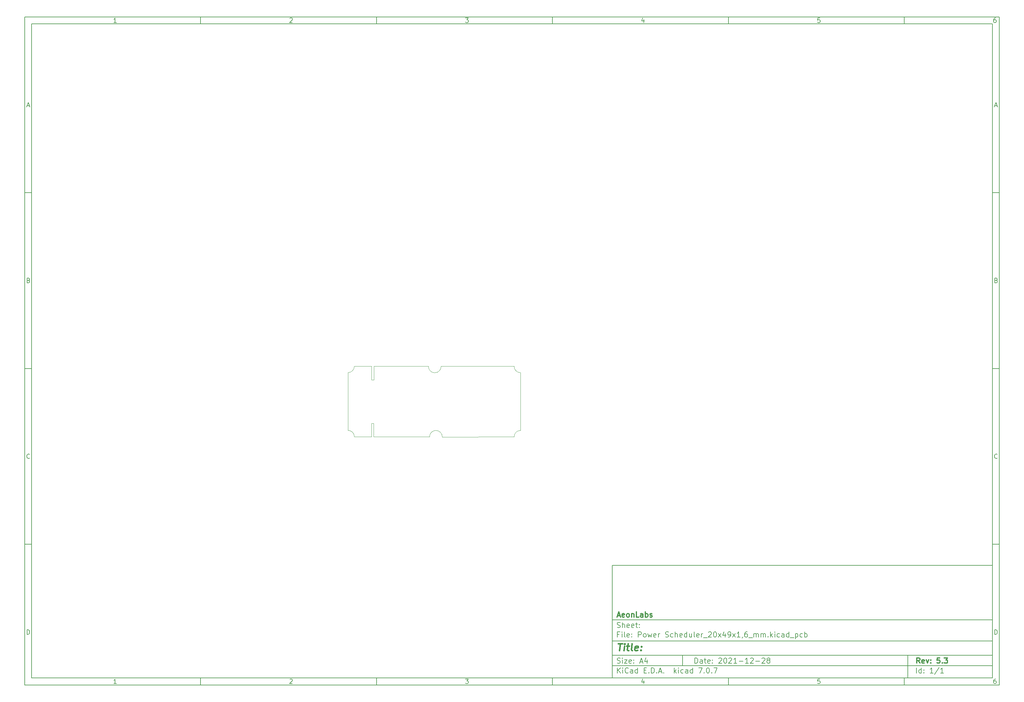
<source format=gbr>
G04 #@! TF.GenerationSoftware,KiCad,Pcbnew,7.0.7*
G04 #@! TF.CreationDate,2023-09-06T15:28:22+02:00*
G04 #@! TF.ProjectId,Power Scheduler_20x49x1_6_mm,506f7765-7220-4536-9368-6564756c6572,5.3*
G04 #@! TF.SameCoordinates,Original*
G04 #@! TF.FileFunction,Glue,Top*
G04 #@! TF.FilePolarity,Positive*
%FSLAX46Y46*%
G04 Gerber Fmt 4.6, Leading zero omitted, Abs format (unit mm)*
G04 Created by KiCad (PCBNEW 7.0.7) date 2023-09-06 15:28:22*
%MOMM*%
%LPD*%
G01*
G04 APERTURE LIST*
%ADD10C,0.100000*%
%ADD11C,0.150000*%
%ADD12C,0.300000*%
%ADD13C,0.400000*%
G04 #@! TA.AperFunction,Profile*
%ADD14C,0.050000*%
G04 #@! TD*
G04 APERTURE END LIST*
D10*
D11*
X177002200Y-166007200D02*
X285002200Y-166007200D01*
X285002200Y-198007200D01*
X177002200Y-198007200D01*
X177002200Y-166007200D01*
D10*
D11*
X10000000Y-10000000D02*
X287002200Y-10000000D01*
X287002200Y-200007200D01*
X10000000Y-200007200D01*
X10000000Y-10000000D01*
D10*
D11*
X12000000Y-12000000D02*
X285002200Y-12000000D01*
X285002200Y-198007200D01*
X12000000Y-198007200D01*
X12000000Y-12000000D01*
D10*
D11*
X60000000Y-12000000D02*
X60000000Y-10000000D01*
D10*
D11*
X110000000Y-12000000D02*
X110000000Y-10000000D01*
D10*
D11*
X160000000Y-12000000D02*
X160000000Y-10000000D01*
D10*
D11*
X210000000Y-12000000D02*
X210000000Y-10000000D01*
D10*
D11*
X260000000Y-12000000D02*
X260000000Y-10000000D01*
D10*
D11*
X36089160Y-11593604D02*
X35346303Y-11593604D01*
X35717731Y-11593604D02*
X35717731Y-10293604D01*
X35717731Y-10293604D02*
X35593922Y-10479319D01*
X35593922Y-10479319D02*
X35470112Y-10603128D01*
X35470112Y-10603128D02*
X35346303Y-10665033D01*
D10*
D11*
X85346303Y-10417414D02*
X85408207Y-10355509D01*
X85408207Y-10355509D02*
X85532017Y-10293604D01*
X85532017Y-10293604D02*
X85841541Y-10293604D01*
X85841541Y-10293604D02*
X85965350Y-10355509D01*
X85965350Y-10355509D02*
X86027255Y-10417414D01*
X86027255Y-10417414D02*
X86089160Y-10541223D01*
X86089160Y-10541223D02*
X86089160Y-10665033D01*
X86089160Y-10665033D02*
X86027255Y-10850747D01*
X86027255Y-10850747D02*
X85284398Y-11593604D01*
X85284398Y-11593604D02*
X86089160Y-11593604D01*
D10*
D11*
X135284398Y-10293604D02*
X136089160Y-10293604D01*
X136089160Y-10293604D02*
X135655826Y-10788842D01*
X135655826Y-10788842D02*
X135841541Y-10788842D01*
X135841541Y-10788842D02*
X135965350Y-10850747D01*
X135965350Y-10850747D02*
X136027255Y-10912652D01*
X136027255Y-10912652D02*
X136089160Y-11036461D01*
X136089160Y-11036461D02*
X136089160Y-11345985D01*
X136089160Y-11345985D02*
X136027255Y-11469795D01*
X136027255Y-11469795D02*
X135965350Y-11531700D01*
X135965350Y-11531700D02*
X135841541Y-11593604D01*
X135841541Y-11593604D02*
X135470112Y-11593604D01*
X135470112Y-11593604D02*
X135346303Y-11531700D01*
X135346303Y-11531700D02*
X135284398Y-11469795D01*
D10*
D11*
X185965350Y-10726938D02*
X185965350Y-11593604D01*
X185655826Y-10231700D02*
X185346303Y-11160271D01*
X185346303Y-11160271D02*
X186151064Y-11160271D01*
D10*
D11*
X236027255Y-10293604D02*
X235408207Y-10293604D01*
X235408207Y-10293604D02*
X235346303Y-10912652D01*
X235346303Y-10912652D02*
X235408207Y-10850747D01*
X235408207Y-10850747D02*
X235532017Y-10788842D01*
X235532017Y-10788842D02*
X235841541Y-10788842D01*
X235841541Y-10788842D02*
X235965350Y-10850747D01*
X235965350Y-10850747D02*
X236027255Y-10912652D01*
X236027255Y-10912652D02*
X236089160Y-11036461D01*
X236089160Y-11036461D02*
X236089160Y-11345985D01*
X236089160Y-11345985D02*
X236027255Y-11469795D01*
X236027255Y-11469795D02*
X235965350Y-11531700D01*
X235965350Y-11531700D02*
X235841541Y-11593604D01*
X235841541Y-11593604D02*
X235532017Y-11593604D01*
X235532017Y-11593604D02*
X235408207Y-11531700D01*
X235408207Y-11531700D02*
X235346303Y-11469795D01*
D10*
D11*
X285965350Y-10293604D02*
X285717731Y-10293604D01*
X285717731Y-10293604D02*
X285593922Y-10355509D01*
X285593922Y-10355509D02*
X285532017Y-10417414D01*
X285532017Y-10417414D02*
X285408207Y-10603128D01*
X285408207Y-10603128D02*
X285346303Y-10850747D01*
X285346303Y-10850747D02*
X285346303Y-11345985D01*
X285346303Y-11345985D02*
X285408207Y-11469795D01*
X285408207Y-11469795D02*
X285470112Y-11531700D01*
X285470112Y-11531700D02*
X285593922Y-11593604D01*
X285593922Y-11593604D02*
X285841541Y-11593604D01*
X285841541Y-11593604D02*
X285965350Y-11531700D01*
X285965350Y-11531700D02*
X286027255Y-11469795D01*
X286027255Y-11469795D02*
X286089160Y-11345985D01*
X286089160Y-11345985D02*
X286089160Y-11036461D01*
X286089160Y-11036461D02*
X286027255Y-10912652D01*
X286027255Y-10912652D02*
X285965350Y-10850747D01*
X285965350Y-10850747D02*
X285841541Y-10788842D01*
X285841541Y-10788842D02*
X285593922Y-10788842D01*
X285593922Y-10788842D02*
X285470112Y-10850747D01*
X285470112Y-10850747D02*
X285408207Y-10912652D01*
X285408207Y-10912652D02*
X285346303Y-11036461D01*
D10*
D11*
X60000000Y-198007200D02*
X60000000Y-200007200D01*
D10*
D11*
X110000000Y-198007200D02*
X110000000Y-200007200D01*
D10*
D11*
X160000000Y-198007200D02*
X160000000Y-200007200D01*
D10*
D11*
X210000000Y-198007200D02*
X210000000Y-200007200D01*
D10*
D11*
X260000000Y-198007200D02*
X260000000Y-200007200D01*
D10*
D11*
X36089160Y-199600804D02*
X35346303Y-199600804D01*
X35717731Y-199600804D02*
X35717731Y-198300804D01*
X35717731Y-198300804D02*
X35593922Y-198486519D01*
X35593922Y-198486519D02*
X35470112Y-198610328D01*
X35470112Y-198610328D02*
X35346303Y-198672233D01*
D10*
D11*
X85346303Y-198424614D02*
X85408207Y-198362709D01*
X85408207Y-198362709D02*
X85532017Y-198300804D01*
X85532017Y-198300804D02*
X85841541Y-198300804D01*
X85841541Y-198300804D02*
X85965350Y-198362709D01*
X85965350Y-198362709D02*
X86027255Y-198424614D01*
X86027255Y-198424614D02*
X86089160Y-198548423D01*
X86089160Y-198548423D02*
X86089160Y-198672233D01*
X86089160Y-198672233D02*
X86027255Y-198857947D01*
X86027255Y-198857947D02*
X85284398Y-199600804D01*
X85284398Y-199600804D02*
X86089160Y-199600804D01*
D10*
D11*
X135284398Y-198300804D02*
X136089160Y-198300804D01*
X136089160Y-198300804D02*
X135655826Y-198796042D01*
X135655826Y-198796042D02*
X135841541Y-198796042D01*
X135841541Y-198796042D02*
X135965350Y-198857947D01*
X135965350Y-198857947D02*
X136027255Y-198919852D01*
X136027255Y-198919852D02*
X136089160Y-199043661D01*
X136089160Y-199043661D02*
X136089160Y-199353185D01*
X136089160Y-199353185D02*
X136027255Y-199476995D01*
X136027255Y-199476995D02*
X135965350Y-199538900D01*
X135965350Y-199538900D02*
X135841541Y-199600804D01*
X135841541Y-199600804D02*
X135470112Y-199600804D01*
X135470112Y-199600804D02*
X135346303Y-199538900D01*
X135346303Y-199538900D02*
X135284398Y-199476995D01*
D10*
D11*
X185965350Y-198734138D02*
X185965350Y-199600804D01*
X185655826Y-198238900D02*
X185346303Y-199167471D01*
X185346303Y-199167471D02*
X186151064Y-199167471D01*
D10*
D11*
X236027255Y-198300804D02*
X235408207Y-198300804D01*
X235408207Y-198300804D02*
X235346303Y-198919852D01*
X235346303Y-198919852D02*
X235408207Y-198857947D01*
X235408207Y-198857947D02*
X235532017Y-198796042D01*
X235532017Y-198796042D02*
X235841541Y-198796042D01*
X235841541Y-198796042D02*
X235965350Y-198857947D01*
X235965350Y-198857947D02*
X236027255Y-198919852D01*
X236027255Y-198919852D02*
X236089160Y-199043661D01*
X236089160Y-199043661D02*
X236089160Y-199353185D01*
X236089160Y-199353185D02*
X236027255Y-199476995D01*
X236027255Y-199476995D02*
X235965350Y-199538900D01*
X235965350Y-199538900D02*
X235841541Y-199600804D01*
X235841541Y-199600804D02*
X235532017Y-199600804D01*
X235532017Y-199600804D02*
X235408207Y-199538900D01*
X235408207Y-199538900D02*
X235346303Y-199476995D01*
D10*
D11*
X285965350Y-198300804D02*
X285717731Y-198300804D01*
X285717731Y-198300804D02*
X285593922Y-198362709D01*
X285593922Y-198362709D02*
X285532017Y-198424614D01*
X285532017Y-198424614D02*
X285408207Y-198610328D01*
X285408207Y-198610328D02*
X285346303Y-198857947D01*
X285346303Y-198857947D02*
X285346303Y-199353185D01*
X285346303Y-199353185D02*
X285408207Y-199476995D01*
X285408207Y-199476995D02*
X285470112Y-199538900D01*
X285470112Y-199538900D02*
X285593922Y-199600804D01*
X285593922Y-199600804D02*
X285841541Y-199600804D01*
X285841541Y-199600804D02*
X285965350Y-199538900D01*
X285965350Y-199538900D02*
X286027255Y-199476995D01*
X286027255Y-199476995D02*
X286089160Y-199353185D01*
X286089160Y-199353185D02*
X286089160Y-199043661D01*
X286089160Y-199043661D02*
X286027255Y-198919852D01*
X286027255Y-198919852D02*
X285965350Y-198857947D01*
X285965350Y-198857947D02*
X285841541Y-198796042D01*
X285841541Y-198796042D02*
X285593922Y-198796042D01*
X285593922Y-198796042D02*
X285470112Y-198857947D01*
X285470112Y-198857947D02*
X285408207Y-198919852D01*
X285408207Y-198919852D02*
X285346303Y-199043661D01*
D10*
D11*
X10000000Y-60000000D02*
X12000000Y-60000000D01*
D10*
D11*
X10000000Y-110000000D02*
X12000000Y-110000000D01*
D10*
D11*
X10000000Y-160000000D02*
X12000000Y-160000000D01*
D10*
D11*
X10690476Y-35222176D02*
X11309523Y-35222176D01*
X10566666Y-35593604D02*
X10999999Y-34293604D01*
X10999999Y-34293604D02*
X11433333Y-35593604D01*
D10*
D11*
X11092857Y-84912652D02*
X11278571Y-84974557D01*
X11278571Y-84974557D02*
X11340476Y-85036461D01*
X11340476Y-85036461D02*
X11402380Y-85160271D01*
X11402380Y-85160271D02*
X11402380Y-85345985D01*
X11402380Y-85345985D02*
X11340476Y-85469795D01*
X11340476Y-85469795D02*
X11278571Y-85531700D01*
X11278571Y-85531700D02*
X11154761Y-85593604D01*
X11154761Y-85593604D02*
X10659523Y-85593604D01*
X10659523Y-85593604D02*
X10659523Y-84293604D01*
X10659523Y-84293604D02*
X11092857Y-84293604D01*
X11092857Y-84293604D02*
X11216666Y-84355509D01*
X11216666Y-84355509D02*
X11278571Y-84417414D01*
X11278571Y-84417414D02*
X11340476Y-84541223D01*
X11340476Y-84541223D02*
X11340476Y-84665033D01*
X11340476Y-84665033D02*
X11278571Y-84788842D01*
X11278571Y-84788842D02*
X11216666Y-84850747D01*
X11216666Y-84850747D02*
X11092857Y-84912652D01*
X11092857Y-84912652D02*
X10659523Y-84912652D01*
D10*
D11*
X11402380Y-135469795D02*
X11340476Y-135531700D01*
X11340476Y-135531700D02*
X11154761Y-135593604D01*
X11154761Y-135593604D02*
X11030952Y-135593604D01*
X11030952Y-135593604D02*
X10845238Y-135531700D01*
X10845238Y-135531700D02*
X10721428Y-135407890D01*
X10721428Y-135407890D02*
X10659523Y-135284080D01*
X10659523Y-135284080D02*
X10597619Y-135036461D01*
X10597619Y-135036461D02*
X10597619Y-134850747D01*
X10597619Y-134850747D02*
X10659523Y-134603128D01*
X10659523Y-134603128D02*
X10721428Y-134479319D01*
X10721428Y-134479319D02*
X10845238Y-134355509D01*
X10845238Y-134355509D02*
X11030952Y-134293604D01*
X11030952Y-134293604D02*
X11154761Y-134293604D01*
X11154761Y-134293604D02*
X11340476Y-134355509D01*
X11340476Y-134355509D02*
X11402380Y-134417414D01*
D10*
D11*
X10659523Y-185593604D02*
X10659523Y-184293604D01*
X10659523Y-184293604D02*
X10969047Y-184293604D01*
X10969047Y-184293604D02*
X11154761Y-184355509D01*
X11154761Y-184355509D02*
X11278571Y-184479319D01*
X11278571Y-184479319D02*
X11340476Y-184603128D01*
X11340476Y-184603128D02*
X11402380Y-184850747D01*
X11402380Y-184850747D02*
X11402380Y-185036461D01*
X11402380Y-185036461D02*
X11340476Y-185284080D01*
X11340476Y-185284080D02*
X11278571Y-185407890D01*
X11278571Y-185407890D02*
X11154761Y-185531700D01*
X11154761Y-185531700D02*
X10969047Y-185593604D01*
X10969047Y-185593604D02*
X10659523Y-185593604D01*
D10*
D11*
X287002200Y-60000000D02*
X285002200Y-60000000D01*
D10*
D11*
X287002200Y-110000000D02*
X285002200Y-110000000D01*
D10*
D11*
X287002200Y-160000000D02*
X285002200Y-160000000D01*
D10*
D11*
X285692676Y-35222176D02*
X286311723Y-35222176D01*
X285568866Y-35593604D02*
X286002199Y-34293604D01*
X286002199Y-34293604D02*
X286435533Y-35593604D01*
D10*
D11*
X286095057Y-84912652D02*
X286280771Y-84974557D01*
X286280771Y-84974557D02*
X286342676Y-85036461D01*
X286342676Y-85036461D02*
X286404580Y-85160271D01*
X286404580Y-85160271D02*
X286404580Y-85345985D01*
X286404580Y-85345985D02*
X286342676Y-85469795D01*
X286342676Y-85469795D02*
X286280771Y-85531700D01*
X286280771Y-85531700D02*
X286156961Y-85593604D01*
X286156961Y-85593604D02*
X285661723Y-85593604D01*
X285661723Y-85593604D02*
X285661723Y-84293604D01*
X285661723Y-84293604D02*
X286095057Y-84293604D01*
X286095057Y-84293604D02*
X286218866Y-84355509D01*
X286218866Y-84355509D02*
X286280771Y-84417414D01*
X286280771Y-84417414D02*
X286342676Y-84541223D01*
X286342676Y-84541223D02*
X286342676Y-84665033D01*
X286342676Y-84665033D02*
X286280771Y-84788842D01*
X286280771Y-84788842D02*
X286218866Y-84850747D01*
X286218866Y-84850747D02*
X286095057Y-84912652D01*
X286095057Y-84912652D02*
X285661723Y-84912652D01*
D10*
D11*
X286404580Y-135469795D02*
X286342676Y-135531700D01*
X286342676Y-135531700D02*
X286156961Y-135593604D01*
X286156961Y-135593604D02*
X286033152Y-135593604D01*
X286033152Y-135593604D02*
X285847438Y-135531700D01*
X285847438Y-135531700D02*
X285723628Y-135407890D01*
X285723628Y-135407890D02*
X285661723Y-135284080D01*
X285661723Y-135284080D02*
X285599819Y-135036461D01*
X285599819Y-135036461D02*
X285599819Y-134850747D01*
X285599819Y-134850747D02*
X285661723Y-134603128D01*
X285661723Y-134603128D02*
X285723628Y-134479319D01*
X285723628Y-134479319D02*
X285847438Y-134355509D01*
X285847438Y-134355509D02*
X286033152Y-134293604D01*
X286033152Y-134293604D02*
X286156961Y-134293604D01*
X286156961Y-134293604D02*
X286342676Y-134355509D01*
X286342676Y-134355509D02*
X286404580Y-134417414D01*
D10*
D11*
X285661723Y-185593604D02*
X285661723Y-184293604D01*
X285661723Y-184293604D02*
X285971247Y-184293604D01*
X285971247Y-184293604D02*
X286156961Y-184355509D01*
X286156961Y-184355509D02*
X286280771Y-184479319D01*
X286280771Y-184479319D02*
X286342676Y-184603128D01*
X286342676Y-184603128D02*
X286404580Y-184850747D01*
X286404580Y-184850747D02*
X286404580Y-185036461D01*
X286404580Y-185036461D02*
X286342676Y-185284080D01*
X286342676Y-185284080D02*
X286280771Y-185407890D01*
X286280771Y-185407890D02*
X286156961Y-185531700D01*
X286156961Y-185531700D02*
X285971247Y-185593604D01*
X285971247Y-185593604D02*
X285661723Y-185593604D01*
D10*
D11*
X200458026Y-193793328D02*
X200458026Y-192293328D01*
X200458026Y-192293328D02*
X200815169Y-192293328D01*
X200815169Y-192293328D02*
X201029455Y-192364757D01*
X201029455Y-192364757D02*
X201172312Y-192507614D01*
X201172312Y-192507614D02*
X201243741Y-192650471D01*
X201243741Y-192650471D02*
X201315169Y-192936185D01*
X201315169Y-192936185D02*
X201315169Y-193150471D01*
X201315169Y-193150471D02*
X201243741Y-193436185D01*
X201243741Y-193436185D02*
X201172312Y-193579042D01*
X201172312Y-193579042D02*
X201029455Y-193721900D01*
X201029455Y-193721900D02*
X200815169Y-193793328D01*
X200815169Y-193793328D02*
X200458026Y-193793328D01*
X202600884Y-193793328D02*
X202600884Y-193007614D01*
X202600884Y-193007614D02*
X202529455Y-192864757D01*
X202529455Y-192864757D02*
X202386598Y-192793328D01*
X202386598Y-192793328D02*
X202100884Y-192793328D01*
X202100884Y-192793328D02*
X201958026Y-192864757D01*
X202600884Y-193721900D02*
X202458026Y-193793328D01*
X202458026Y-193793328D02*
X202100884Y-193793328D01*
X202100884Y-193793328D02*
X201958026Y-193721900D01*
X201958026Y-193721900D02*
X201886598Y-193579042D01*
X201886598Y-193579042D02*
X201886598Y-193436185D01*
X201886598Y-193436185D02*
X201958026Y-193293328D01*
X201958026Y-193293328D02*
X202100884Y-193221900D01*
X202100884Y-193221900D02*
X202458026Y-193221900D01*
X202458026Y-193221900D02*
X202600884Y-193150471D01*
X203100884Y-192793328D02*
X203672312Y-192793328D01*
X203315169Y-192293328D02*
X203315169Y-193579042D01*
X203315169Y-193579042D02*
X203386598Y-193721900D01*
X203386598Y-193721900D02*
X203529455Y-193793328D01*
X203529455Y-193793328D02*
X203672312Y-193793328D01*
X204743741Y-193721900D02*
X204600884Y-193793328D01*
X204600884Y-193793328D02*
X204315170Y-193793328D01*
X204315170Y-193793328D02*
X204172312Y-193721900D01*
X204172312Y-193721900D02*
X204100884Y-193579042D01*
X204100884Y-193579042D02*
X204100884Y-193007614D01*
X204100884Y-193007614D02*
X204172312Y-192864757D01*
X204172312Y-192864757D02*
X204315170Y-192793328D01*
X204315170Y-192793328D02*
X204600884Y-192793328D01*
X204600884Y-192793328D02*
X204743741Y-192864757D01*
X204743741Y-192864757D02*
X204815170Y-193007614D01*
X204815170Y-193007614D02*
X204815170Y-193150471D01*
X204815170Y-193150471D02*
X204100884Y-193293328D01*
X205458026Y-193650471D02*
X205529455Y-193721900D01*
X205529455Y-193721900D02*
X205458026Y-193793328D01*
X205458026Y-193793328D02*
X205386598Y-193721900D01*
X205386598Y-193721900D02*
X205458026Y-193650471D01*
X205458026Y-193650471D02*
X205458026Y-193793328D01*
X205458026Y-192864757D02*
X205529455Y-192936185D01*
X205529455Y-192936185D02*
X205458026Y-193007614D01*
X205458026Y-193007614D02*
X205386598Y-192936185D01*
X205386598Y-192936185D02*
X205458026Y-192864757D01*
X205458026Y-192864757D02*
X205458026Y-193007614D01*
X207243741Y-192436185D02*
X207315169Y-192364757D01*
X207315169Y-192364757D02*
X207458027Y-192293328D01*
X207458027Y-192293328D02*
X207815169Y-192293328D01*
X207815169Y-192293328D02*
X207958027Y-192364757D01*
X207958027Y-192364757D02*
X208029455Y-192436185D01*
X208029455Y-192436185D02*
X208100884Y-192579042D01*
X208100884Y-192579042D02*
X208100884Y-192721900D01*
X208100884Y-192721900D02*
X208029455Y-192936185D01*
X208029455Y-192936185D02*
X207172312Y-193793328D01*
X207172312Y-193793328D02*
X208100884Y-193793328D01*
X209029455Y-192293328D02*
X209172312Y-192293328D01*
X209172312Y-192293328D02*
X209315169Y-192364757D01*
X209315169Y-192364757D02*
X209386598Y-192436185D01*
X209386598Y-192436185D02*
X209458026Y-192579042D01*
X209458026Y-192579042D02*
X209529455Y-192864757D01*
X209529455Y-192864757D02*
X209529455Y-193221900D01*
X209529455Y-193221900D02*
X209458026Y-193507614D01*
X209458026Y-193507614D02*
X209386598Y-193650471D01*
X209386598Y-193650471D02*
X209315169Y-193721900D01*
X209315169Y-193721900D02*
X209172312Y-193793328D01*
X209172312Y-193793328D02*
X209029455Y-193793328D01*
X209029455Y-193793328D02*
X208886598Y-193721900D01*
X208886598Y-193721900D02*
X208815169Y-193650471D01*
X208815169Y-193650471D02*
X208743740Y-193507614D01*
X208743740Y-193507614D02*
X208672312Y-193221900D01*
X208672312Y-193221900D02*
X208672312Y-192864757D01*
X208672312Y-192864757D02*
X208743740Y-192579042D01*
X208743740Y-192579042D02*
X208815169Y-192436185D01*
X208815169Y-192436185D02*
X208886598Y-192364757D01*
X208886598Y-192364757D02*
X209029455Y-192293328D01*
X210100883Y-192436185D02*
X210172311Y-192364757D01*
X210172311Y-192364757D02*
X210315169Y-192293328D01*
X210315169Y-192293328D02*
X210672311Y-192293328D01*
X210672311Y-192293328D02*
X210815169Y-192364757D01*
X210815169Y-192364757D02*
X210886597Y-192436185D01*
X210886597Y-192436185D02*
X210958026Y-192579042D01*
X210958026Y-192579042D02*
X210958026Y-192721900D01*
X210958026Y-192721900D02*
X210886597Y-192936185D01*
X210886597Y-192936185D02*
X210029454Y-193793328D01*
X210029454Y-193793328D02*
X210958026Y-193793328D01*
X212386597Y-193793328D02*
X211529454Y-193793328D01*
X211958025Y-193793328D02*
X211958025Y-192293328D01*
X211958025Y-192293328D02*
X211815168Y-192507614D01*
X211815168Y-192507614D02*
X211672311Y-192650471D01*
X211672311Y-192650471D02*
X211529454Y-192721900D01*
X213029453Y-193221900D02*
X214172311Y-193221900D01*
X215672311Y-193793328D02*
X214815168Y-193793328D01*
X215243739Y-193793328D02*
X215243739Y-192293328D01*
X215243739Y-192293328D02*
X215100882Y-192507614D01*
X215100882Y-192507614D02*
X214958025Y-192650471D01*
X214958025Y-192650471D02*
X214815168Y-192721900D01*
X216243739Y-192436185D02*
X216315167Y-192364757D01*
X216315167Y-192364757D02*
X216458025Y-192293328D01*
X216458025Y-192293328D02*
X216815167Y-192293328D01*
X216815167Y-192293328D02*
X216958025Y-192364757D01*
X216958025Y-192364757D02*
X217029453Y-192436185D01*
X217029453Y-192436185D02*
X217100882Y-192579042D01*
X217100882Y-192579042D02*
X217100882Y-192721900D01*
X217100882Y-192721900D02*
X217029453Y-192936185D01*
X217029453Y-192936185D02*
X216172310Y-193793328D01*
X216172310Y-193793328D02*
X217100882Y-193793328D01*
X217743738Y-193221900D02*
X218886596Y-193221900D01*
X219529453Y-192436185D02*
X219600881Y-192364757D01*
X219600881Y-192364757D02*
X219743739Y-192293328D01*
X219743739Y-192293328D02*
X220100881Y-192293328D01*
X220100881Y-192293328D02*
X220243739Y-192364757D01*
X220243739Y-192364757D02*
X220315167Y-192436185D01*
X220315167Y-192436185D02*
X220386596Y-192579042D01*
X220386596Y-192579042D02*
X220386596Y-192721900D01*
X220386596Y-192721900D02*
X220315167Y-192936185D01*
X220315167Y-192936185D02*
X219458024Y-193793328D01*
X219458024Y-193793328D02*
X220386596Y-193793328D01*
X221243738Y-192936185D02*
X221100881Y-192864757D01*
X221100881Y-192864757D02*
X221029452Y-192793328D01*
X221029452Y-192793328D02*
X220958024Y-192650471D01*
X220958024Y-192650471D02*
X220958024Y-192579042D01*
X220958024Y-192579042D02*
X221029452Y-192436185D01*
X221029452Y-192436185D02*
X221100881Y-192364757D01*
X221100881Y-192364757D02*
X221243738Y-192293328D01*
X221243738Y-192293328D02*
X221529452Y-192293328D01*
X221529452Y-192293328D02*
X221672310Y-192364757D01*
X221672310Y-192364757D02*
X221743738Y-192436185D01*
X221743738Y-192436185D02*
X221815167Y-192579042D01*
X221815167Y-192579042D02*
X221815167Y-192650471D01*
X221815167Y-192650471D02*
X221743738Y-192793328D01*
X221743738Y-192793328D02*
X221672310Y-192864757D01*
X221672310Y-192864757D02*
X221529452Y-192936185D01*
X221529452Y-192936185D02*
X221243738Y-192936185D01*
X221243738Y-192936185D02*
X221100881Y-193007614D01*
X221100881Y-193007614D02*
X221029452Y-193079042D01*
X221029452Y-193079042D02*
X220958024Y-193221900D01*
X220958024Y-193221900D02*
X220958024Y-193507614D01*
X220958024Y-193507614D02*
X221029452Y-193650471D01*
X221029452Y-193650471D02*
X221100881Y-193721900D01*
X221100881Y-193721900D02*
X221243738Y-193793328D01*
X221243738Y-193793328D02*
X221529452Y-193793328D01*
X221529452Y-193793328D02*
X221672310Y-193721900D01*
X221672310Y-193721900D02*
X221743738Y-193650471D01*
X221743738Y-193650471D02*
X221815167Y-193507614D01*
X221815167Y-193507614D02*
X221815167Y-193221900D01*
X221815167Y-193221900D02*
X221743738Y-193079042D01*
X221743738Y-193079042D02*
X221672310Y-193007614D01*
X221672310Y-193007614D02*
X221529452Y-192936185D01*
D10*
D11*
X177002200Y-194507200D02*
X285002200Y-194507200D01*
D10*
D11*
X178458026Y-196593328D02*
X178458026Y-195093328D01*
X179315169Y-196593328D02*
X178672312Y-195736185D01*
X179315169Y-195093328D02*
X178458026Y-195950471D01*
X179958026Y-196593328D02*
X179958026Y-195593328D01*
X179958026Y-195093328D02*
X179886598Y-195164757D01*
X179886598Y-195164757D02*
X179958026Y-195236185D01*
X179958026Y-195236185D02*
X180029455Y-195164757D01*
X180029455Y-195164757D02*
X179958026Y-195093328D01*
X179958026Y-195093328D02*
X179958026Y-195236185D01*
X181529455Y-196450471D02*
X181458027Y-196521900D01*
X181458027Y-196521900D02*
X181243741Y-196593328D01*
X181243741Y-196593328D02*
X181100884Y-196593328D01*
X181100884Y-196593328D02*
X180886598Y-196521900D01*
X180886598Y-196521900D02*
X180743741Y-196379042D01*
X180743741Y-196379042D02*
X180672312Y-196236185D01*
X180672312Y-196236185D02*
X180600884Y-195950471D01*
X180600884Y-195950471D02*
X180600884Y-195736185D01*
X180600884Y-195736185D02*
X180672312Y-195450471D01*
X180672312Y-195450471D02*
X180743741Y-195307614D01*
X180743741Y-195307614D02*
X180886598Y-195164757D01*
X180886598Y-195164757D02*
X181100884Y-195093328D01*
X181100884Y-195093328D02*
X181243741Y-195093328D01*
X181243741Y-195093328D02*
X181458027Y-195164757D01*
X181458027Y-195164757D02*
X181529455Y-195236185D01*
X182815170Y-196593328D02*
X182815170Y-195807614D01*
X182815170Y-195807614D02*
X182743741Y-195664757D01*
X182743741Y-195664757D02*
X182600884Y-195593328D01*
X182600884Y-195593328D02*
X182315170Y-195593328D01*
X182315170Y-195593328D02*
X182172312Y-195664757D01*
X182815170Y-196521900D02*
X182672312Y-196593328D01*
X182672312Y-196593328D02*
X182315170Y-196593328D01*
X182315170Y-196593328D02*
X182172312Y-196521900D01*
X182172312Y-196521900D02*
X182100884Y-196379042D01*
X182100884Y-196379042D02*
X182100884Y-196236185D01*
X182100884Y-196236185D02*
X182172312Y-196093328D01*
X182172312Y-196093328D02*
X182315170Y-196021900D01*
X182315170Y-196021900D02*
X182672312Y-196021900D01*
X182672312Y-196021900D02*
X182815170Y-195950471D01*
X184172313Y-196593328D02*
X184172313Y-195093328D01*
X184172313Y-196521900D02*
X184029455Y-196593328D01*
X184029455Y-196593328D02*
X183743741Y-196593328D01*
X183743741Y-196593328D02*
X183600884Y-196521900D01*
X183600884Y-196521900D02*
X183529455Y-196450471D01*
X183529455Y-196450471D02*
X183458027Y-196307614D01*
X183458027Y-196307614D02*
X183458027Y-195879042D01*
X183458027Y-195879042D02*
X183529455Y-195736185D01*
X183529455Y-195736185D02*
X183600884Y-195664757D01*
X183600884Y-195664757D02*
X183743741Y-195593328D01*
X183743741Y-195593328D02*
X184029455Y-195593328D01*
X184029455Y-195593328D02*
X184172313Y-195664757D01*
X186029455Y-195807614D02*
X186529455Y-195807614D01*
X186743741Y-196593328D02*
X186029455Y-196593328D01*
X186029455Y-196593328D02*
X186029455Y-195093328D01*
X186029455Y-195093328D02*
X186743741Y-195093328D01*
X187386598Y-196450471D02*
X187458027Y-196521900D01*
X187458027Y-196521900D02*
X187386598Y-196593328D01*
X187386598Y-196593328D02*
X187315170Y-196521900D01*
X187315170Y-196521900D02*
X187386598Y-196450471D01*
X187386598Y-196450471D02*
X187386598Y-196593328D01*
X188100884Y-196593328D02*
X188100884Y-195093328D01*
X188100884Y-195093328D02*
X188458027Y-195093328D01*
X188458027Y-195093328D02*
X188672313Y-195164757D01*
X188672313Y-195164757D02*
X188815170Y-195307614D01*
X188815170Y-195307614D02*
X188886599Y-195450471D01*
X188886599Y-195450471D02*
X188958027Y-195736185D01*
X188958027Y-195736185D02*
X188958027Y-195950471D01*
X188958027Y-195950471D02*
X188886599Y-196236185D01*
X188886599Y-196236185D02*
X188815170Y-196379042D01*
X188815170Y-196379042D02*
X188672313Y-196521900D01*
X188672313Y-196521900D02*
X188458027Y-196593328D01*
X188458027Y-196593328D02*
X188100884Y-196593328D01*
X189600884Y-196450471D02*
X189672313Y-196521900D01*
X189672313Y-196521900D02*
X189600884Y-196593328D01*
X189600884Y-196593328D02*
X189529456Y-196521900D01*
X189529456Y-196521900D02*
X189600884Y-196450471D01*
X189600884Y-196450471D02*
X189600884Y-196593328D01*
X190243742Y-196164757D02*
X190958028Y-196164757D01*
X190100885Y-196593328D02*
X190600885Y-195093328D01*
X190600885Y-195093328D02*
X191100885Y-196593328D01*
X191600884Y-196450471D02*
X191672313Y-196521900D01*
X191672313Y-196521900D02*
X191600884Y-196593328D01*
X191600884Y-196593328D02*
X191529456Y-196521900D01*
X191529456Y-196521900D02*
X191600884Y-196450471D01*
X191600884Y-196450471D02*
X191600884Y-196593328D01*
X194600884Y-196593328D02*
X194600884Y-195093328D01*
X194743742Y-196021900D02*
X195172313Y-196593328D01*
X195172313Y-195593328D02*
X194600884Y-196164757D01*
X195815170Y-196593328D02*
X195815170Y-195593328D01*
X195815170Y-195093328D02*
X195743742Y-195164757D01*
X195743742Y-195164757D02*
X195815170Y-195236185D01*
X195815170Y-195236185D02*
X195886599Y-195164757D01*
X195886599Y-195164757D02*
X195815170Y-195093328D01*
X195815170Y-195093328D02*
X195815170Y-195236185D01*
X197172314Y-196521900D02*
X197029456Y-196593328D01*
X197029456Y-196593328D02*
X196743742Y-196593328D01*
X196743742Y-196593328D02*
X196600885Y-196521900D01*
X196600885Y-196521900D02*
X196529456Y-196450471D01*
X196529456Y-196450471D02*
X196458028Y-196307614D01*
X196458028Y-196307614D02*
X196458028Y-195879042D01*
X196458028Y-195879042D02*
X196529456Y-195736185D01*
X196529456Y-195736185D02*
X196600885Y-195664757D01*
X196600885Y-195664757D02*
X196743742Y-195593328D01*
X196743742Y-195593328D02*
X197029456Y-195593328D01*
X197029456Y-195593328D02*
X197172314Y-195664757D01*
X198458028Y-196593328D02*
X198458028Y-195807614D01*
X198458028Y-195807614D02*
X198386599Y-195664757D01*
X198386599Y-195664757D02*
X198243742Y-195593328D01*
X198243742Y-195593328D02*
X197958028Y-195593328D01*
X197958028Y-195593328D02*
X197815170Y-195664757D01*
X198458028Y-196521900D02*
X198315170Y-196593328D01*
X198315170Y-196593328D02*
X197958028Y-196593328D01*
X197958028Y-196593328D02*
X197815170Y-196521900D01*
X197815170Y-196521900D02*
X197743742Y-196379042D01*
X197743742Y-196379042D02*
X197743742Y-196236185D01*
X197743742Y-196236185D02*
X197815170Y-196093328D01*
X197815170Y-196093328D02*
X197958028Y-196021900D01*
X197958028Y-196021900D02*
X198315170Y-196021900D01*
X198315170Y-196021900D02*
X198458028Y-195950471D01*
X199815171Y-196593328D02*
X199815171Y-195093328D01*
X199815171Y-196521900D02*
X199672313Y-196593328D01*
X199672313Y-196593328D02*
X199386599Y-196593328D01*
X199386599Y-196593328D02*
X199243742Y-196521900D01*
X199243742Y-196521900D02*
X199172313Y-196450471D01*
X199172313Y-196450471D02*
X199100885Y-196307614D01*
X199100885Y-196307614D02*
X199100885Y-195879042D01*
X199100885Y-195879042D02*
X199172313Y-195736185D01*
X199172313Y-195736185D02*
X199243742Y-195664757D01*
X199243742Y-195664757D02*
X199386599Y-195593328D01*
X199386599Y-195593328D02*
X199672313Y-195593328D01*
X199672313Y-195593328D02*
X199815171Y-195664757D01*
X201529456Y-195093328D02*
X202529456Y-195093328D01*
X202529456Y-195093328D02*
X201886599Y-196593328D01*
X203100884Y-196450471D02*
X203172313Y-196521900D01*
X203172313Y-196521900D02*
X203100884Y-196593328D01*
X203100884Y-196593328D02*
X203029456Y-196521900D01*
X203029456Y-196521900D02*
X203100884Y-196450471D01*
X203100884Y-196450471D02*
X203100884Y-196593328D01*
X204100885Y-195093328D02*
X204243742Y-195093328D01*
X204243742Y-195093328D02*
X204386599Y-195164757D01*
X204386599Y-195164757D02*
X204458028Y-195236185D01*
X204458028Y-195236185D02*
X204529456Y-195379042D01*
X204529456Y-195379042D02*
X204600885Y-195664757D01*
X204600885Y-195664757D02*
X204600885Y-196021900D01*
X204600885Y-196021900D02*
X204529456Y-196307614D01*
X204529456Y-196307614D02*
X204458028Y-196450471D01*
X204458028Y-196450471D02*
X204386599Y-196521900D01*
X204386599Y-196521900D02*
X204243742Y-196593328D01*
X204243742Y-196593328D02*
X204100885Y-196593328D01*
X204100885Y-196593328D02*
X203958028Y-196521900D01*
X203958028Y-196521900D02*
X203886599Y-196450471D01*
X203886599Y-196450471D02*
X203815170Y-196307614D01*
X203815170Y-196307614D02*
X203743742Y-196021900D01*
X203743742Y-196021900D02*
X203743742Y-195664757D01*
X203743742Y-195664757D02*
X203815170Y-195379042D01*
X203815170Y-195379042D02*
X203886599Y-195236185D01*
X203886599Y-195236185D02*
X203958028Y-195164757D01*
X203958028Y-195164757D02*
X204100885Y-195093328D01*
X205243741Y-196450471D02*
X205315170Y-196521900D01*
X205315170Y-196521900D02*
X205243741Y-196593328D01*
X205243741Y-196593328D02*
X205172313Y-196521900D01*
X205172313Y-196521900D02*
X205243741Y-196450471D01*
X205243741Y-196450471D02*
X205243741Y-196593328D01*
X205815170Y-195093328D02*
X206815170Y-195093328D01*
X206815170Y-195093328D02*
X206172313Y-196593328D01*
D10*
D11*
X177002200Y-191507200D02*
X285002200Y-191507200D01*
D10*
D12*
X264413853Y-193785528D02*
X263913853Y-193071242D01*
X263556710Y-193785528D02*
X263556710Y-192285528D01*
X263556710Y-192285528D02*
X264128139Y-192285528D01*
X264128139Y-192285528D02*
X264270996Y-192356957D01*
X264270996Y-192356957D02*
X264342425Y-192428385D01*
X264342425Y-192428385D02*
X264413853Y-192571242D01*
X264413853Y-192571242D02*
X264413853Y-192785528D01*
X264413853Y-192785528D02*
X264342425Y-192928385D01*
X264342425Y-192928385D02*
X264270996Y-192999814D01*
X264270996Y-192999814D02*
X264128139Y-193071242D01*
X264128139Y-193071242D02*
X263556710Y-193071242D01*
X265628139Y-193714100D02*
X265485282Y-193785528D01*
X265485282Y-193785528D02*
X265199568Y-193785528D01*
X265199568Y-193785528D02*
X265056710Y-193714100D01*
X265056710Y-193714100D02*
X264985282Y-193571242D01*
X264985282Y-193571242D02*
X264985282Y-192999814D01*
X264985282Y-192999814D02*
X265056710Y-192856957D01*
X265056710Y-192856957D02*
X265199568Y-192785528D01*
X265199568Y-192785528D02*
X265485282Y-192785528D01*
X265485282Y-192785528D02*
X265628139Y-192856957D01*
X265628139Y-192856957D02*
X265699568Y-192999814D01*
X265699568Y-192999814D02*
X265699568Y-193142671D01*
X265699568Y-193142671D02*
X264985282Y-193285528D01*
X266199567Y-192785528D02*
X266556710Y-193785528D01*
X266556710Y-193785528D02*
X266913853Y-192785528D01*
X267485281Y-193642671D02*
X267556710Y-193714100D01*
X267556710Y-193714100D02*
X267485281Y-193785528D01*
X267485281Y-193785528D02*
X267413853Y-193714100D01*
X267413853Y-193714100D02*
X267485281Y-193642671D01*
X267485281Y-193642671D02*
X267485281Y-193785528D01*
X267485281Y-192856957D02*
X267556710Y-192928385D01*
X267556710Y-192928385D02*
X267485281Y-192999814D01*
X267485281Y-192999814D02*
X267413853Y-192928385D01*
X267413853Y-192928385D02*
X267485281Y-192856957D01*
X267485281Y-192856957D02*
X267485281Y-192999814D01*
X270056710Y-192285528D02*
X269342424Y-192285528D01*
X269342424Y-192285528D02*
X269270996Y-192999814D01*
X269270996Y-192999814D02*
X269342424Y-192928385D01*
X269342424Y-192928385D02*
X269485282Y-192856957D01*
X269485282Y-192856957D02*
X269842424Y-192856957D01*
X269842424Y-192856957D02*
X269985282Y-192928385D01*
X269985282Y-192928385D02*
X270056710Y-192999814D01*
X270056710Y-192999814D02*
X270128139Y-193142671D01*
X270128139Y-193142671D02*
X270128139Y-193499814D01*
X270128139Y-193499814D02*
X270056710Y-193642671D01*
X270056710Y-193642671D02*
X269985282Y-193714100D01*
X269985282Y-193714100D02*
X269842424Y-193785528D01*
X269842424Y-193785528D02*
X269485282Y-193785528D01*
X269485282Y-193785528D02*
X269342424Y-193714100D01*
X269342424Y-193714100D02*
X269270996Y-193642671D01*
X270770995Y-193642671D02*
X270842424Y-193714100D01*
X270842424Y-193714100D02*
X270770995Y-193785528D01*
X270770995Y-193785528D02*
X270699567Y-193714100D01*
X270699567Y-193714100D02*
X270770995Y-193642671D01*
X270770995Y-193642671D02*
X270770995Y-193785528D01*
X271342424Y-192285528D02*
X272270996Y-192285528D01*
X272270996Y-192285528D02*
X271770996Y-192856957D01*
X271770996Y-192856957D02*
X271985281Y-192856957D01*
X271985281Y-192856957D02*
X272128139Y-192928385D01*
X272128139Y-192928385D02*
X272199567Y-192999814D01*
X272199567Y-192999814D02*
X272270996Y-193142671D01*
X272270996Y-193142671D02*
X272270996Y-193499814D01*
X272270996Y-193499814D02*
X272199567Y-193642671D01*
X272199567Y-193642671D02*
X272128139Y-193714100D01*
X272128139Y-193714100D02*
X271985281Y-193785528D01*
X271985281Y-193785528D02*
X271556710Y-193785528D01*
X271556710Y-193785528D02*
X271413853Y-193714100D01*
X271413853Y-193714100D02*
X271342424Y-193642671D01*
D10*
D11*
X178386598Y-193721900D02*
X178600884Y-193793328D01*
X178600884Y-193793328D02*
X178958026Y-193793328D01*
X178958026Y-193793328D02*
X179100884Y-193721900D01*
X179100884Y-193721900D02*
X179172312Y-193650471D01*
X179172312Y-193650471D02*
X179243741Y-193507614D01*
X179243741Y-193507614D02*
X179243741Y-193364757D01*
X179243741Y-193364757D02*
X179172312Y-193221900D01*
X179172312Y-193221900D02*
X179100884Y-193150471D01*
X179100884Y-193150471D02*
X178958026Y-193079042D01*
X178958026Y-193079042D02*
X178672312Y-193007614D01*
X178672312Y-193007614D02*
X178529455Y-192936185D01*
X178529455Y-192936185D02*
X178458026Y-192864757D01*
X178458026Y-192864757D02*
X178386598Y-192721900D01*
X178386598Y-192721900D02*
X178386598Y-192579042D01*
X178386598Y-192579042D02*
X178458026Y-192436185D01*
X178458026Y-192436185D02*
X178529455Y-192364757D01*
X178529455Y-192364757D02*
X178672312Y-192293328D01*
X178672312Y-192293328D02*
X179029455Y-192293328D01*
X179029455Y-192293328D02*
X179243741Y-192364757D01*
X179886597Y-193793328D02*
X179886597Y-192793328D01*
X179886597Y-192293328D02*
X179815169Y-192364757D01*
X179815169Y-192364757D02*
X179886597Y-192436185D01*
X179886597Y-192436185D02*
X179958026Y-192364757D01*
X179958026Y-192364757D02*
X179886597Y-192293328D01*
X179886597Y-192293328D02*
X179886597Y-192436185D01*
X180458026Y-192793328D02*
X181243741Y-192793328D01*
X181243741Y-192793328D02*
X180458026Y-193793328D01*
X180458026Y-193793328D02*
X181243741Y-193793328D01*
X182386598Y-193721900D02*
X182243741Y-193793328D01*
X182243741Y-193793328D02*
X181958027Y-193793328D01*
X181958027Y-193793328D02*
X181815169Y-193721900D01*
X181815169Y-193721900D02*
X181743741Y-193579042D01*
X181743741Y-193579042D02*
X181743741Y-193007614D01*
X181743741Y-193007614D02*
X181815169Y-192864757D01*
X181815169Y-192864757D02*
X181958027Y-192793328D01*
X181958027Y-192793328D02*
X182243741Y-192793328D01*
X182243741Y-192793328D02*
X182386598Y-192864757D01*
X182386598Y-192864757D02*
X182458027Y-193007614D01*
X182458027Y-193007614D02*
X182458027Y-193150471D01*
X182458027Y-193150471D02*
X181743741Y-193293328D01*
X183100883Y-193650471D02*
X183172312Y-193721900D01*
X183172312Y-193721900D02*
X183100883Y-193793328D01*
X183100883Y-193793328D02*
X183029455Y-193721900D01*
X183029455Y-193721900D02*
X183100883Y-193650471D01*
X183100883Y-193650471D02*
X183100883Y-193793328D01*
X183100883Y-192864757D02*
X183172312Y-192936185D01*
X183172312Y-192936185D02*
X183100883Y-193007614D01*
X183100883Y-193007614D02*
X183029455Y-192936185D01*
X183029455Y-192936185D02*
X183100883Y-192864757D01*
X183100883Y-192864757D02*
X183100883Y-193007614D01*
X184886598Y-193364757D02*
X185600884Y-193364757D01*
X184743741Y-193793328D02*
X185243741Y-192293328D01*
X185243741Y-192293328D02*
X185743741Y-193793328D01*
X186886598Y-192793328D02*
X186886598Y-193793328D01*
X186529455Y-192221900D02*
X186172312Y-193293328D01*
X186172312Y-193293328D02*
X187100883Y-193293328D01*
D10*
D11*
X263458026Y-196593328D02*
X263458026Y-195093328D01*
X264815170Y-196593328D02*
X264815170Y-195093328D01*
X264815170Y-196521900D02*
X264672312Y-196593328D01*
X264672312Y-196593328D02*
X264386598Y-196593328D01*
X264386598Y-196593328D02*
X264243741Y-196521900D01*
X264243741Y-196521900D02*
X264172312Y-196450471D01*
X264172312Y-196450471D02*
X264100884Y-196307614D01*
X264100884Y-196307614D02*
X264100884Y-195879042D01*
X264100884Y-195879042D02*
X264172312Y-195736185D01*
X264172312Y-195736185D02*
X264243741Y-195664757D01*
X264243741Y-195664757D02*
X264386598Y-195593328D01*
X264386598Y-195593328D02*
X264672312Y-195593328D01*
X264672312Y-195593328D02*
X264815170Y-195664757D01*
X265529455Y-196450471D02*
X265600884Y-196521900D01*
X265600884Y-196521900D02*
X265529455Y-196593328D01*
X265529455Y-196593328D02*
X265458027Y-196521900D01*
X265458027Y-196521900D02*
X265529455Y-196450471D01*
X265529455Y-196450471D02*
X265529455Y-196593328D01*
X265529455Y-195664757D02*
X265600884Y-195736185D01*
X265600884Y-195736185D02*
X265529455Y-195807614D01*
X265529455Y-195807614D02*
X265458027Y-195736185D01*
X265458027Y-195736185D02*
X265529455Y-195664757D01*
X265529455Y-195664757D02*
X265529455Y-195807614D01*
X268172313Y-196593328D02*
X267315170Y-196593328D01*
X267743741Y-196593328D02*
X267743741Y-195093328D01*
X267743741Y-195093328D02*
X267600884Y-195307614D01*
X267600884Y-195307614D02*
X267458027Y-195450471D01*
X267458027Y-195450471D02*
X267315170Y-195521900D01*
X269886598Y-195021900D02*
X268600884Y-196950471D01*
X271172313Y-196593328D02*
X270315170Y-196593328D01*
X270743741Y-196593328D02*
X270743741Y-195093328D01*
X270743741Y-195093328D02*
X270600884Y-195307614D01*
X270600884Y-195307614D02*
X270458027Y-195450471D01*
X270458027Y-195450471D02*
X270315170Y-195521900D01*
D10*
D11*
X177002200Y-187507200D02*
X285002200Y-187507200D01*
D10*
D13*
X178693928Y-188211638D02*
X179836785Y-188211638D01*
X179015357Y-190211638D02*
X179265357Y-188211638D01*
X180253452Y-190211638D02*
X180420119Y-188878304D01*
X180503452Y-188211638D02*
X180396309Y-188306876D01*
X180396309Y-188306876D02*
X180479643Y-188402114D01*
X180479643Y-188402114D02*
X180586786Y-188306876D01*
X180586786Y-188306876D02*
X180503452Y-188211638D01*
X180503452Y-188211638D02*
X180479643Y-188402114D01*
X181086786Y-188878304D02*
X181848690Y-188878304D01*
X181455833Y-188211638D02*
X181241548Y-189925923D01*
X181241548Y-189925923D02*
X181312976Y-190116400D01*
X181312976Y-190116400D02*
X181491548Y-190211638D01*
X181491548Y-190211638D02*
X181682024Y-190211638D01*
X182634405Y-190211638D02*
X182455833Y-190116400D01*
X182455833Y-190116400D02*
X182384405Y-189925923D01*
X182384405Y-189925923D02*
X182598690Y-188211638D01*
X184170119Y-190116400D02*
X183967738Y-190211638D01*
X183967738Y-190211638D02*
X183586785Y-190211638D01*
X183586785Y-190211638D02*
X183408214Y-190116400D01*
X183408214Y-190116400D02*
X183336785Y-189925923D01*
X183336785Y-189925923D02*
X183432024Y-189164019D01*
X183432024Y-189164019D02*
X183551071Y-188973542D01*
X183551071Y-188973542D02*
X183753452Y-188878304D01*
X183753452Y-188878304D02*
X184134404Y-188878304D01*
X184134404Y-188878304D02*
X184312976Y-188973542D01*
X184312976Y-188973542D02*
X184384404Y-189164019D01*
X184384404Y-189164019D02*
X184360595Y-189354495D01*
X184360595Y-189354495D02*
X183384404Y-189544971D01*
X185134405Y-190021161D02*
X185217738Y-190116400D01*
X185217738Y-190116400D02*
X185110595Y-190211638D01*
X185110595Y-190211638D02*
X185027262Y-190116400D01*
X185027262Y-190116400D02*
X185134405Y-190021161D01*
X185134405Y-190021161D02*
X185110595Y-190211638D01*
X185265357Y-188973542D02*
X185348690Y-189068780D01*
X185348690Y-189068780D02*
X185241548Y-189164019D01*
X185241548Y-189164019D02*
X185158214Y-189068780D01*
X185158214Y-189068780D02*
X185265357Y-188973542D01*
X185265357Y-188973542D02*
X185241548Y-189164019D01*
D10*
D11*
X178958026Y-185607614D02*
X178458026Y-185607614D01*
X178458026Y-186393328D02*
X178458026Y-184893328D01*
X178458026Y-184893328D02*
X179172312Y-184893328D01*
X179743740Y-186393328D02*
X179743740Y-185393328D01*
X179743740Y-184893328D02*
X179672312Y-184964757D01*
X179672312Y-184964757D02*
X179743740Y-185036185D01*
X179743740Y-185036185D02*
X179815169Y-184964757D01*
X179815169Y-184964757D02*
X179743740Y-184893328D01*
X179743740Y-184893328D02*
X179743740Y-185036185D01*
X180672312Y-186393328D02*
X180529455Y-186321900D01*
X180529455Y-186321900D02*
X180458026Y-186179042D01*
X180458026Y-186179042D02*
X180458026Y-184893328D01*
X181815169Y-186321900D02*
X181672312Y-186393328D01*
X181672312Y-186393328D02*
X181386598Y-186393328D01*
X181386598Y-186393328D02*
X181243740Y-186321900D01*
X181243740Y-186321900D02*
X181172312Y-186179042D01*
X181172312Y-186179042D02*
X181172312Y-185607614D01*
X181172312Y-185607614D02*
X181243740Y-185464757D01*
X181243740Y-185464757D02*
X181386598Y-185393328D01*
X181386598Y-185393328D02*
X181672312Y-185393328D01*
X181672312Y-185393328D02*
X181815169Y-185464757D01*
X181815169Y-185464757D02*
X181886598Y-185607614D01*
X181886598Y-185607614D02*
X181886598Y-185750471D01*
X181886598Y-185750471D02*
X181172312Y-185893328D01*
X182529454Y-186250471D02*
X182600883Y-186321900D01*
X182600883Y-186321900D02*
X182529454Y-186393328D01*
X182529454Y-186393328D02*
X182458026Y-186321900D01*
X182458026Y-186321900D02*
X182529454Y-186250471D01*
X182529454Y-186250471D02*
X182529454Y-186393328D01*
X182529454Y-185464757D02*
X182600883Y-185536185D01*
X182600883Y-185536185D02*
X182529454Y-185607614D01*
X182529454Y-185607614D02*
X182458026Y-185536185D01*
X182458026Y-185536185D02*
X182529454Y-185464757D01*
X182529454Y-185464757D02*
X182529454Y-185607614D01*
X184386597Y-186393328D02*
X184386597Y-184893328D01*
X184386597Y-184893328D02*
X184958026Y-184893328D01*
X184958026Y-184893328D02*
X185100883Y-184964757D01*
X185100883Y-184964757D02*
X185172312Y-185036185D01*
X185172312Y-185036185D02*
X185243740Y-185179042D01*
X185243740Y-185179042D02*
X185243740Y-185393328D01*
X185243740Y-185393328D02*
X185172312Y-185536185D01*
X185172312Y-185536185D02*
X185100883Y-185607614D01*
X185100883Y-185607614D02*
X184958026Y-185679042D01*
X184958026Y-185679042D02*
X184386597Y-185679042D01*
X186100883Y-186393328D02*
X185958026Y-186321900D01*
X185958026Y-186321900D02*
X185886597Y-186250471D01*
X185886597Y-186250471D02*
X185815169Y-186107614D01*
X185815169Y-186107614D02*
X185815169Y-185679042D01*
X185815169Y-185679042D02*
X185886597Y-185536185D01*
X185886597Y-185536185D02*
X185958026Y-185464757D01*
X185958026Y-185464757D02*
X186100883Y-185393328D01*
X186100883Y-185393328D02*
X186315169Y-185393328D01*
X186315169Y-185393328D02*
X186458026Y-185464757D01*
X186458026Y-185464757D02*
X186529455Y-185536185D01*
X186529455Y-185536185D02*
X186600883Y-185679042D01*
X186600883Y-185679042D02*
X186600883Y-186107614D01*
X186600883Y-186107614D02*
X186529455Y-186250471D01*
X186529455Y-186250471D02*
X186458026Y-186321900D01*
X186458026Y-186321900D02*
X186315169Y-186393328D01*
X186315169Y-186393328D02*
X186100883Y-186393328D01*
X187100883Y-185393328D02*
X187386598Y-186393328D01*
X187386598Y-186393328D02*
X187672312Y-185679042D01*
X187672312Y-185679042D02*
X187958026Y-186393328D01*
X187958026Y-186393328D02*
X188243740Y-185393328D01*
X189386598Y-186321900D02*
X189243741Y-186393328D01*
X189243741Y-186393328D02*
X188958027Y-186393328D01*
X188958027Y-186393328D02*
X188815169Y-186321900D01*
X188815169Y-186321900D02*
X188743741Y-186179042D01*
X188743741Y-186179042D02*
X188743741Y-185607614D01*
X188743741Y-185607614D02*
X188815169Y-185464757D01*
X188815169Y-185464757D02*
X188958027Y-185393328D01*
X188958027Y-185393328D02*
X189243741Y-185393328D01*
X189243741Y-185393328D02*
X189386598Y-185464757D01*
X189386598Y-185464757D02*
X189458027Y-185607614D01*
X189458027Y-185607614D02*
X189458027Y-185750471D01*
X189458027Y-185750471D02*
X188743741Y-185893328D01*
X190100883Y-186393328D02*
X190100883Y-185393328D01*
X190100883Y-185679042D02*
X190172312Y-185536185D01*
X190172312Y-185536185D02*
X190243741Y-185464757D01*
X190243741Y-185464757D02*
X190386598Y-185393328D01*
X190386598Y-185393328D02*
X190529455Y-185393328D01*
X192100883Y-186321900D02*
X192315169Y-186393328D01*
X192315169Y-186393328D02*
X192672311Y-186393328D01*
X192672311Y-186393328D02*
X192815169Y-186321900D01*
X192815169Y-186321900D02*
X192886597Y-186250471D01*
X192886597Y-186250471D02*
X192958026Y-186107614D01*
X192958026Y-186107614D02*
X192958026Y-185964757D01*
X192958026Y-185964757D02*
X192886597Y-185821900D01*
X192886597Y-185821900D02*
X192815169Y-185750471D01*
X192815169Y-185750471D02*
X192672311Y-185679042D01*
X192672311Y-185679042D02*
X192386597Y-185607614D01*
X192386597Y-185607614D02*
X192243740Y-185536185D01*
X192243740Y-185536185D02*
X192172311Y-185464757D01*
X192172311Y-185464757D02*
X192100883Y-185321900D01*
X192100883Y-185321900D02*
X192100883Y-185179042D01*
X192100883Y-185179042D02*
X192172311Y-185036185D01*
X192172311Y-185036185D02*
X192243740Y-184964757D01*
X192243740Y-184964757D02*
X192386597Y-184893328D01*
X192386597Y-184893328D02*
X192743740Y-184893328D01*
X192743740Y-184893328D02*
X192958026Y-184964757D01*
X194243740Y-186321900D02*
X194100882Y-186393328D01*
X194100882Y-186393328D02*
X193815168Y-186393328D01*
X193815168Y-186393328D02*
X193672311Y-186321900D01*
X193672311Y-186321900D02*
X193600882Y-186250471D01*
X193600882Y-186250471D02*
X193529454Y-186107614D01*
X193529454Y-186107614D02*
X193529454Y-185679042D01*
X193529454Y-185679042D02*
X193600882Y-185536185D01*
X193600882Y-185536185D02*
X193672311Y-185464757D01*
X193672311Y-185464757D02*
X193815168Y-185393328D01*
X193815168Y-185393328D02*
X194100882Y-185393328D01*
X194100882Y-185393328D02*
X194243740Y-185464757D01*
X194886596Y-186393328D02*
X194886596Y-184893328D01*
X195529454Y-186393328D02*
X195529454Y-185607614D01*
X195529454Y-185607614D02*
X195458025Y-185464757D01*
X195458025Y-185464757D02*
X195315168Y-185393328D01*
X195315168Y-185393328D02*
X195100882Y-185393328D01*
X195100882Y-185393328D02*
X194958025Y-185464757D01*
X194958025Y-185464757D02*
X194886596Y-185536185D01*
X196815168Y-186321900D02*
X196672311Y-186393328D01*
X196672311Y-186393328D02*
X196386597Y-186393328D01*
X196386597Y-186393328D02*
X196243739Y-186321900D01*
X196243739Y-186321900D02*
X196172311Y-186179042D01*
X196172311Y-186179042D02*
X196172311Y-185607614D01*
X196172311Y-185607614D02*
X196243739Y-185464757D01*
X196243739Y-185464757D02*
X196386597Y-185393328D01*
X196386597Y-185393328D02*
X196672311Y-185393328D01*
X196672311Y-185393328D02*
X196815168Y-185464757D01*
X196815168Y-185464757D02*
X196886597Y-185607614D01*
X196886597Y-185607614D02*
X196886597Y-185750471D01*
X196886597Y-185750471D02*
X196172311Y-185893328D01*
X198172311Y-186393328D02*
X198172311Y-184893328D01*
X198172311Y-186321900D02*
X198029453Y-186393328D01*
X198029453Y-186393328D02*
X197743739Y-186393328D01*
X197743739Y-186393328D02*
X197600882Y-186321900D01*
X197600882Y-186321900D02*
X197529453Y-186250471D01*
X197529453Y-186250471D02*
X197458025Y-186107614D01*
X197458025Y-186107614D02*
X197458025Y-185679042D01*
X197458025Y-185679042D02*
X197529453Y-185536185D01*
X197529453Y-185536185D02*
X197600882Y-185464757D01*
X197600882Y-185464757D02*
X197743739Y-185393328D01*
X197743739Y-185393328D02*
X198029453Y-185393328D01*
X198029453Y-185393328D02*
X198172311Y-185464757D01*
X199529454Y-185393328D02*
X199529454Y-186393328D01*
X198886596Y-185393328D02*
X198886596Y-186179042D01*
X198886596Y-186179042D02*
X198958025Y-186321900D01*
X198958025Y-186321900D02*
X199100882Y-186393328D01*
X199100882Y-186393328D02*
X199315168Y-186393328D01*
X199315168Y-186393328D02*
X199458025Y-186321900D01*
X199458025Y-186321900D02*
X199529454Y-186250471D01*
X200458025Y-186393328D02*
X200315168Y-186321900D01*
X200315168Y-186321900D02*
X200243739Y-186179042D01*
X200243739Y-186179042D02*
X200243739Y-184893328D01*
X201600882Y-186321900D02*
X201458025Y-186393328D01*
X201458025Y-186393328D02*
X201172311Y-186393328D01*
X201172311Y-186393328D02*
X201029453Y-186321900D01*
X201029453Y-186321900D02*
X200958025Y-186179042D01*
X200958025Y-186179042D02*
X200958025Y-185607614D01*
X200958025Y-185607614D02*
X201029453Y-185464757D01*
X201029453Y-185464757D02*
X201172311Y-185393328D01*
X201172311Y-185393328D02*
X201458025Y-185393328D01*
X201458025Y-185393328D02*
X201600882Y-185464757D01*
X201600882Y-185464757D02*
X201672311Y-185607614D01*
X201672311Y-185607614D02*
X201672311Y-185750471D01*
X201672311Y-185750471D02*
X200958025Y-185893328D01*
X202315167Y-186393328D02*
X202315167Y-185393328D01*
X202315167Y-185679042D02*
X202386596Y-185536185D01*
X202386596Y-185536185D02*
X202458025Y-185464757D01*
X202458025Y-185464757D02*
X202600882Y-185393328D01*
X202600882Y-185393328D02*
X202743739Y-185393328D01*
X202886596Y-186536185D02*
X204029453Y-186536185D01*
X204315167Y-185036185D02*
X204386595Y-184964757D01*
X204386595Y-184964757D02*
X204529453Y-184893328D01*
X204529453Y-184893328D02*
X204886595Y-184893328D01*
X204886595Y-184893328D02*
X205029453Y-184964757D01*
X205029453Y-184964757D02*
X205100881Y-185036185D01*
X205100881Y-185036185D02*
X205172310Y-185179042D01*
X205172310Y-185179042D02*
X205172310Y-185321900D01*
X205172310Y-185321900D02*
X205100881Y-185536185D01*
X205100881Y-185536185D02*
X204243738Y-186393328D01*
X204243738Y-186393328D02*
X205172310Y-186393328D01*
X206100881Y-184893328D02*
X206243738Y-184893328D01*
X206243738Y-184893328D02*
X206386595Y-184964757D01*
X206386595Y-184964757D02*
X206458024Y-185036185D01*
X206458024Y-185036185D02*
X206529452Y-185179042D01*
X206529452Y-185179042D02*
X206600881Y-185464757D01*
X206600881Y-185464757D02*
X206600881Y-185821900D01*
X206600881Y-185821900D02*
X206529452Y-186107614D01*
X206529452Y-186107614D02*
X206458024Y-186250471D01*
X206458024Y-186250471D02*
X206386595Y-186321900D01*
X206386595Y-186321900D02*
X206243738Y-186393328D01*
X206243738Y-186393328D02*
X206100881Y-186393328D01*
X206100881Y-186393328D02*
X205958024Y-186321900D01*
X205958024Y-186321900D02*
X205886595Y-186250471D01*
X205886595Y-186250471D02*
X205815166Y-186107614D01*
X205815166Y-186107614D02*
X205743738Y-185821900D01*
X205743738Y-185821900D02*
X205743738Y-185464757D01*
X205743738Y-185464757D02*
X205815166Y-185179042D01*
X205815166Y-185179042D02*
X205886595Y-185036185D01*
X205886595Y-185036185D02*
X205958024Y-184964757D01*
X205958024Y-184964757D02*
X206100881Y-184893328D01*
X207100880Y-186393328D02*
X207886595Y-185393328D01*
X207100880Y-185393328D02*
X207886595Y-186393328D01*
X209100881Y-185393328D02*
X209100881Y-186393328D01*
X208743738Y-184821900D02*
X208386595Y-185893328D01*
X208386595Y-185893328D02*
X209315166Y-185893328D01*
X209958023Y-186393328D02*
X210243737Y-186393328D01*
X210243737Y-186393328D02*
X210386594Y-186321900D01*
X210386594Y-186321900D02*
X210458023Y-186250471D01*
X210458023Y-186250471D02*
X210600880Y-186036185D01*
X210600880Y-186036185D02*
X210672309Y-185750471D01*
X210672309Y-185750471D02*
X210672309Y-185179042D01*
X210672309Y-185179042D02*
X210600880Y-185036185D01*
X210600880Y-185036185D02*
X210529452Y-184964757D01*
X210529452Y-184964757D02*
X210386594Y-184893328D01*
X210386594Y-184893328D02*
X210100880Y-184893328D01*
X210100880Y-184893328D02*
X209958023Y-184964757D01*
X209958023Y-184964757D02*
X209886594Y-185036185D01*
X209886594Y-185036185D02*
X209815166Y-185179042D01*
X209815166Y-185179042D02*
X209815166Y-185536185D01*
X209815166Y-185536185D02*
X209886594Y-185679042D01*
X209886594Y-185679042D02*
X209958023Y-185750471D01*
X209958023Y-185750471D02*
X210100880Y-185821900D01*
X210100880Y-185821900D02*
X210386594Y-185821900D01*
X210386594Y-185821900D02*
X210529452Y-185750471D01*
X210529452Y-185750471D02*
X210600880Y-185679042D01*
X210600880Y-185679042D02*
X210672309Y-185536185D01*
X211172308Y-186393328D02*
X211958023Y-185393328D01*
X211172308Y-185393328D02*
X211958023Y-186393328D01*
X213315166Y-186393328D02*
X212458023Y-186393328D01*
X212886594Y-186393328D02*
X212886594Y-184893328D01*
X212886594Y-184893328D02*
X212743737Y-185107614D01*
X212743737Y-185107614D02*
X212600880Y-185250471D01*
X212600880Y-185250471D02*
X212458023Y-185321900D01*
X214029451Y-186321900D02*
X214029451Y-186393328D01*
X214029451Y-186393328D02*
X213958022Y-186536185D01*
X213958022Y-186536185D02*
X213886594Y-186607614D01*
X215315166Y-184893328D02*
X215029451Y-184893328D01*
X215029451Y-184893328D02*
X214886594Y-184964757D01*
X214886594Y-184964757D02*
X214815166Y-185036185D01*
X214815166Y-185036185D02*
X214672308Y-185250471D01*
X214672308Y-185250471D02*
X214600880Y-185536185D01*
X214600880Y-185536185D02*
X214600880Y-186107614D01*
X214600880Y-186107614D02*
X214672308Y-186250471D01*
X214672308Y-186250471D02*
X214743737Y-186321900D01*
X214743737Y-186321900D02*
X214886594Y-186393328D01*
X214886594Y-186393328D02*
X215172308Y-186393328D01*
X215172308Y-186393328D02*
X215315166Y-186321900D01*
X215315166Y-186321900D02*
X215386594Y-186250471D01*
X215386594Y-186250471D02*
X215458023Y-186107614D01*
X215458023Y-186107614D02*
X215458023Y-185750471D01*
X215458023Y-185750471D02*
X215386594Y-185607614D01*
X215386594Y-185607614D02*
X215315166Y-185536185D01*
X215315166Y-185536185D02*
X215172308Y-185464757D01*
X215172308Y-185464757D02*
X214886594Y-185464757D01*
X214886594Y-185464757D02*
X214743737Y-185536185D01*
X214743737Y-185536185D02*
X214672308Y-185607614D01*
X214672308Y-185607614D02*
X214600880Y-185750471D01*
X215743737Y-186536185D02*
X216886594Y-186536185D01*
X217243736Y-186393328D02*
X217243736Y-185393328D01*
X217243736Y-185536185D02*
X217315165Y-185464757D01*
X217315165Y-185464757D02*
X217458022Y-185393328D01*
X217458022Y-185393328D02*
X217672308Y-185393328D01*
X217672308Y-185393328D02*
X217815165Y-185464757D01*
X217815165Y-185464757D02*
X217886594Y-185607614D01*
X217886594Y-185607614D02*
X217886594Y-186393328D01*
X217886594Y-185607614D02*
X217958022Y-185464757D01*
X217958022Y-185464757D02*
X218100879Y-185393328D01*
X218100879Y-185393328D02*
X218315165Y-185393328D01*
X218315165Y-185393328D02*
X218458022Y-185464757D01*
X218458022Y-185464757D02*
X218529451Y-185607614D01*
X218529451Y-185607614D02*
X218529451Y-186393328D01*
X219243736Y-186393328D02*
X219243736Y-185393328D01*
X219243736Y-185536185D02*
X219315165Y-185464757D01*
X219315165Y-185464757D02*
X219458022Y-185393328D01*
X219458022Y-185393328D02*
X219672308Y-185393328D01*
X219672308Y-185393328D02*
X219815165Y-185464757D01*
X219815165Y-185464757D02*
X219886594Y-185607614D01*
X219886594Y-185607614D02*
X219886594Y-186393328D01*
X219886594Y-185607614D02*
X219958022Y-185464757D01*
X219958022Y-185464757D02*
X220100879Y-185393328D01*
X220100879Y-185393328D02*
X220315165Y-185393328D01*
X220315165Y-185393328D02*
X220458022Y-185464757D01*
X220458022Y-185464757D02*
X220529451Y-185607614D01*
X220529451Y-185607614D02*
X220529451Y-186393328D01*
X221243736Y-186250471D02*
X221315165Y-186321900D01*
X221315165Y-186321900D02*
X221243736Y-186393328D01*
X221243736Y-186393328D02*
X221172308Y-186321900D01*
X221172308Y-186321900D02*
X221243736Y-186250471D01*
X221243736Y-186250471D02*
X221243736Y-186393328D01*
X221958022Y-186393328D02*
X221958022Y-184893328D01*
X222100880Y-185821900D02*
X222529451Y-186393328D01*
X222529451Y-185393328D02*
X221958022Y-185964757D01*
X223172308Y-186393328D02*
X223172308Y-185393328D01*
X223172308Y-184893328D02*
X223100880Y-184964757D01*
X223100880Y-184964757D02*
X223172308Y-185036185D01*
X223172308Y-185036185D02*
X223243737Y-184964757D01*
X223243737Y-184964757D02*
X223172308Y-184893328D01*
X223172308Y-184893328D02*
X223172308Y-185036185D01*
X224529452Y-186321900D02*
X224386594Y-186393328D01*
X224386594Y-186393328D02*
X224100880Y-186393328D01*
X224100880Y-186393328D02*
X223958023Y-186321900D01*
X223958023Y-186321900D02*
X223886594Y-186250471D01*
X223886594Y-186250471D02*
X223815166Y-186107614D01*
X223815166Y-186107614D02*
X223815166Y-185679042D01*
X223815166Y-185679042D02*
X223886594Y-185536185D01*
X223886594Y-185536185D02*
X223958023Y-185464757D01*
X223958023Y-185464757D02*
X224100880Y-185393328D01*
X224100880Y-185393328D02*
X224386594Y-185393328D01*
X224386594Y-185393328D02*
X224529452Y-185464757D01*
X225815166Y-186393328D02*
X225815166Y-185607614D01*
X225815166Y-185607614D02*
X225743737Y-185464757D01*
X225743737Y-185464757D02*
X225600880Y-185393328D01*
X225600880Y-185393328D02*
X225315166Y-185393328D01*
X225315166Y-185393328D02*
X225172308Y-185464757D01*
X225815166Y-186321900D02*
X225672308Y-186393328D01*
X225672308Y-186393328D02*
X225315166Y-186393328D01*
X225315166Y-186393328D02*
X225172308Y-186321900D01*
X225172308Y-186321900D02*
X225100880Y-186179042D01*
X225100880Y-186179042D02*
X225100880Y-186036185D01*
X225100880Y-186036185D02*
X225172308Y-185893328D01*
X225172308Y-185893328D02*
X225315166Y-185821900D01*
X225315166Y-185821900D02*
X225672308Y-185821900D01*
X225672308Y-185821900D02*
X225815166Y-185750471D01*
X227172309Y-186393328D02*
X227172309Y-184893328D01*
X227172309Y-186321900D02*
X227029451Y-186393328D01*
X227029451Y-186393328D02*
X226743737Y-186393328D01*
X226743737Y-186393328D02*
X226600880Y-186321900D01*
X226600880Y-186321900D02*
X226529451Y-186250471D01*
X226529451Y-186250471D02*
X226458023Y-186107614D01*
X226458023Y-186107614D02*
X226458023Y-185679042D01*
X226458023Y-185679042D02*
X226529451Y-185536185D01*
X226529451Y-185536185D02*
X226600880Y-185464757D01*
X226600880Y-185464757D02*
X226743737Y-185393328D01*
X226743737Y-185393328D02*
X227029451Y-185393328D01*
X227029451Y-185393328D02*
X227172309Y-185464757D01*
X227529452Y-186536185D02*
X228672309Y-186536185D01*
X229029451Y-185393328D02*
X229029451Y-186893328D01*
X229029451Y-185464757D02*
X229172309Y-185393328D01*
X229172309Y-185393328D02*
X229458023Y-185393328D01*
X229458023Y-185393328D02*
X229600880Y-185464757D01*
X229600880Y-185464757D02*
X229672309Y-185536185D01*
X229672309Y-185536185D02*
X229743737Y-185679042D01*
X229743737Y-185679042D02*
X229743737Y-186107614D01*
X229743737Y-186107614D02*
X229672309Y-186250471D01*
X229672309Y-186250471D02*
X229600880Y-186321900D01*
X229600880Y-186321900D02*
X229458023Y-186393328D01*
X229458023Y-186393328D02*
X229172309Y-186393328D01*
X229172309Y-186393328D02*
X229029451Y-186321900D01*
X231029452Y-186321900D02*
X230886594Y-186393328D01*
X230886594Y-186393328D02*
X230600880Y-186393328D01*
X230600880Y-186393328D02*
X230458023Y-186321900D01*
X230458023Y-186321900D02*
X230386594Y-186250471D01*
X230386594Y-186250471D02*
X230315166Y-186107614D01*
X230315166Y-186107614D02*
X230315166Y-185679042D01*
X230315166Y-185679042D02*
X230386594Y-185536185D01*
X230386594Y-185536185D02*
X230458023Y-185464757D01*
X230458023Y-185464757D02*
X230600880Y-185393328D01*
X230600880Y-185393328D02*
X230886594Y-185393328D01*
X230886594Y-185393328D02*
X231029452Y-185464757D01*
X231672308Y-186393328D02*
X231672308Y-184893328D01*
X231672308Y-185464757D02*
X231815166Y-185393328D01*
X231815166Y-185393328D02*
X232100880Y-185393328D01*
X232100880Y-185393328D02*
X232243737Y-185464757D01*
X232243737Y-185464757D02*
X232315166Y-185536185D01*
X232315166Y-185536185D02*
X232386594Y-185679042D01*
X232386594Y-185679042D02*
X232386594Y-186107614D01*
X232386594Y-186107614D02*
X232315166Y-186250471D01*
X232315166Y-186250471D02*
X232243737Y-186321900D01*
X232243737Y-186321900D02*
X232100880Y-186393328D01*
X232100880Y-186393328D02*
X231815166Y-186393328D01*
X231815166Y-186393328D02*
X231672308Y-186321900D01*
D10*
D11*
X177002200Y-181507200D02*
X285002200Y-181507200D01*
D10*
D11*
X178386598Y-183621900D02*
X178600884Y-183693328D01*
X178600884Y-183693328D02*
X178958026Y-183693328D01*
X178958026Y-183693328D02*
X179100884Y-183621900D01*
X179100884Y-183621900D02*
X179172312Y-183550471D01*
X179172312Y-183550471D02*
X179243741Y-183407614D01*
X179243741Y-183407614D02*
X179243741Y-183264757D01*
X179243741Y-183264757D02*
X179172312Y-183121900D01*
X179172312Y-183121900D02*
X179100884Y-183050471D01*
X179100884Y-183050471D02*
X178958026Y-182979042D01*
X178958026Y-182979042D02*
X178672312Y-182907614D01*
X178672312Y-182907614D02*
X178529455Y-182836185D01*
X178529455Y-182836185D02*
X178458026Y-182764757D01*
X178458026Y-182764757D02*
X178386598Y-182621900D01*
X178386598Y-182621900D02*
X178386598Y-182479042D01*
X178386598Y-182479042D02*
X178458026Y-182336185D01*
X178458026Y-182336185D02*
X178529455Y-182264757D01*
X178529455Y-182264757D02*
X178672312Y-182193328D01*
X178672312Y-182193328D02*
X179029455Y-182193328D01*
X179029455Y-182193328D02*
X179243741Y-182264757D01*
X179886597Y-183693328D02*
X179886597Y-182193328D01*
X180529455Y-183693328D02*
X180529455Y-182907614D01*
X180529455Y-182907614D02*
X180458026Y-182764757D01*
X180458026Y-182764757D02*
X180315169Y-182693328D01*
X180315169Y-182693328D02*
X180100883Y-182693328D01*
X180100883Y-182693328D02*
X179958026Y-182764757D01*
X179958026Y-182764757D02*
X179886597Y-182836185D01*
X181815169Y-183621900D02*
X181672312Y-183693328D01*
X181672312Y-183693328D02*
X181386598Y-183693328D01*
X181386598Y-183693328D02*
X181243740Y-183621900D01*
X181243740Y-183621900D02*
X181172312Y-183479042D01*
X181172312Y-183479042D02*
X181172312Y-182907614D01*
X181172312Y-182907614D02*
X181243740Y-182764757D01*
X181243740Y-182764757D02*
X181386598Y-182693328D01*
X181386598Y-182693328D02*
X181672312Y-182693328D01*
X181672312Y-182693328D02*
X181815169Y-182764757D01*
X181815169Y-182764757D02*
X181886598Y-182907614D01*
X181886598Y-182907614D02*
X181886598Y-183050471D01*
X181886598Y-183050471D02*
X181172312Y-183193328D01*
X183100883Y-183621900D02*
X182958026Y-183693328D01*
X182958026Y-183693328D02*
X182672312Y-183693328D01*
X182672312Y-183693328D02*
X182529454Y-183621900D01*
X182529454Y-183621900D02*
X182458026Y-183479042D01*
X182458026Y-183479042D02*
X182458026Y-182907614D01*
X182458026Y-182907614D02*
X182529454Y-182764757D01*
X182529454Y-182764757D02*
X182672312Y-182693328D01*
X182672312Y-182693328D02*
X182958026Y-182693328D01*
X182958026Y-182693328D02*
X183100883Y-182764757D01*
X183100883Y-182764757D02*
X183172312Y-182907614D01*
X183172312Y-182907614D02*
X183172312Y-183050471D01*
X183172312Y-183050471D02*
X182458026Y-183193328D01*
X183600883Y-182693328D02*
X184172311Y-182693328D01*
X183815168Y-182193328D02*
X183815168Y-183479042D01*
X183815168Y-183479042D02*
X183886597Y-183621900D01*
X183886597Y-183621900D02*
X184029454Y-183693328D01*
X184029454Y-183693328D02*
X184172311Y-183693328D01*
X184672311Y-183550471D02*
X184743740Y-183621900D01*
X184743740Y-183621900D02*
X184672311Y-183693328D01*
X184672311Y-183693328D02*
X184600883Y-183621900D01*
X184600883Y-183621900D02*
X184672311Y-183550471D01*
X184672311Y-183550471D02*
X184672311Y-183693328D01*
X184672311Y-182764757D02*
X184743740Y-182836185D01*
X184743740Y-182836185D02*
X184672311Y-182907614D01*
X184672311Y-182907614D02*
X184600883Y-182836185D01*
X184600883Y-182836185D02*
X184672311Y-182764757D01*
X184672311Y-182764757D02*
X184672311Y-182907614D01*
D10*
D12*
X178485282Y-180256957D02*
X179199568Y-180256957D01*
X178342425Y-180685528D02*
X178842425Y-179185528D01*
X178842425Y-179185528D02*
X179342425Y-180685528D01*
X180413853Y-180614100D02*
X180270996Y-180685528D01*
X180270996Y-180685528D02*
X179985282Y-180685528D01*
X179985282Y-180685528D02*
X179842424Y-180614100D01*
X179842424Y-180614100D02*
X179770996Y-180471242D01*
X179770996Y-180471242D02*
X179770996Y-179899814D01*
X179770996Y-179899814D02*
X179842424Y-179756957D01*
X179842424Y-179756957D02*
X179985282Y-179685528D01*
X179985282Y-179685528D02*
X180270996Y-179685528D01*
X180270996Y-179685528D02*
X180413853Y-179756957D01*
X180413853Y-179756957D02*
X180485282Y-179899814D01*
X180485282Y-179899814D02*
X180485282Y-180042671D01*
X180485282Y-180042671D02*
X179770996Y-180185528D01*
X181342424Y-180685528D02*
X181199567Y-180614100D01*
X181199567Y-180614100D02*
X181128138Y-180542671D01*
X181128138Y-180542671D02*
X181056710Y-180399814D01*
X181056710Y-180399814D02*
X181056710Y-179971242D01*
X181056710Y-179971242D02*
X181128138Y-179828385D01*
X181128138Y-179828385D02*
X181199567Y-179756957D01*
X181199567Y-179756957D02*
X181342424Y-179685528D01*
X181342424Y-179685528D02*
X181556710Y-179685528D01*
X181556710Y-179685528D02*
X181699567Y-179756957D01*
X181699567Y-179756957D02*
X181770996Y-179828385D01*
X181770996Y-179828385D02*
X181842424Y-179971242D01*
X181842424Y-179971242D02*
X181842424Y-180399814D01*
X181842424Y-180399814D02*
X181770996Y-180542671D01*
X181770996Y-180542671D02*
X181699567Y-180614100D01*
X181699567Y-180614100D02*
X181556710Y-180685528D01*
X181556710Y-180685528D02*
X181342424Y-180685528D01*
X182485281Y-179685528D02*
X182485281Y-180685528D01*
X182485281Y-179828385D02*
X182556710Y-179756957D01*
X182556710Y-179756957D02*
X182699567Y-179685528D01*
X182699567Y-179685528D02*
X182913853Y-179685528D01*
X182913853Y-179685528D02*
X183056710Y-179756957D01*
X183056710Y-179756957D02*
X183128139Y-179899814D01*
X183128139Y-179899814D02*
X183128139Y-180685528D01*
X184556710Y-180685528D02*
X183842424Y-180685528D01*
X183842424Y-180685528D02*
X183842424Y-179185528D01*
X185699568Y-180685528D02*
X185699568Y-179899814D01*
X185699568Y-179899814D02*
X185628139Y-179756957D01*
X185628139Y-179756957D02*
X185485282Y-179685528D01*
X185485282Y-179685528D02*
X185199568Y-179685528D01*
X185199568Y-179685528D02*
X185056710Y-179756957D01*
X185699568Y-180614100D02*
X185556710Y-180685528D01*
X185556710Y-180685528D02*
X185199568Y-180685528D01*
X185199568Y-180685528D02*
X185056710Y-180614100D01*
X185056710Y-180614100D02*
X184985282Y-180471242D01*
X184985282Y-180471242D02*
X184985282Y-180328385D01*
X184985282Y-180328385D02*
X185056710Y-180185528D01*
X185056710Y-180185528D02*
X185199568Y-180114100D01*
X185199568Y-180114100D02*
X185556710Y-180114100D01*
X185556710Y-180114100D02*
X185699568Y-180042671D01*
X186413853Y-180685528D02*
X186413853Y-179185528D01*
X186413853Y-179756957D02*
X186556711Y-179685528D01*
X186556711Y-179685528D02*
X186842425Y-179685528D01*
X186842425Y-179685528D02*
X186985282Y-179756957D01*
X186985282Y-179756957D02*
X187056711Y-179828385D01*
X187056711Y-179828385D02*
X187128139Y-179971242D01*
X187128139Y-179971242D02*
X187128139Y-180399814D01*
X187128139Y-180399814D02*
X187056711Y-180542671D01*
X187056711Y-180542671D02*
X186985282Y-180614100D01*
X186985282Y-180614100D02*
X186842425Y-180685528D01*
X186842425Y-180685528D02*
X186556711Y-180685528D01*
X186556711Y-180685528D02*
X186413853Y-180614100D01*
X187699568Y-180614100D02*
X187842425Y-180685528D01*
X187842425Y-180685528D02*
X188128139Y-180685528D01*
X188128139Y-180685528D02*
X188270996Y-180614100D01*
X188270996Y-180614100D02*
X188342425Y-180471242D01*
X188342425Y-180471242D02*
X188342425Y-180399814D01*
X188342425Y-180399814D02*
X188270996Y-180256957D01*
X188270996Y-180256957D02*
X188128139Y-180185528D01*
X188128139Y-180185528D02*
X187913854Y-180185528D01*
X187913854Y-180185528D02*
X187770996Y-180114100D01*
X187770996Y-180114100D02*
X187699568Y-179971242D01*
X187699568Y-179971242D02*
X187699568Y-179899814D01*
X187699568Y-179899814D02*
X187770996Y-179756957D01*
X187770996Y-179756957D02*
X187913854Y-179685528D01*
X187913854Y-179685528D02*
X188128139Y-179685528D01*
X188128139Y-179685528D02*
X188270996Y-179756957D01*
D10*
D11*
D10*
D11*
D10*
D11*
D10*
D11*
D10*
D11*
X197002200Y-191507200D02*
X197002200Y-194507200D01*
D10*
D11*
X261002200Y-191507200D02*
X261002200Y-198007200D01*
D14*
G04 #@! TO.C,G\u002A\u002A\u002A*
X150899932Y-127602602D02*
X150899932Y-111182876D01*
X128680069Y-129472739D02*
X149089932Y-129412602D01*
X128350069Y-109362739D02*
X149089932Y-109372876D01*
X125059103Y-129402678D02*
X109200069Y-129392739D01*
X124740454Y-109352262D02*
X109210069Y-109352739D01*
X109210069Y-113192739D02*
X109210069Y-109352739D01*
X109200069Y-129392739D02*
X109200069Y-125552739D01*
X109200069Y-125552739D02*
X108570069Y-125552739D01*
X108580069Y-113192739D02*
X109210069Y-113192739D01*
X108580069Y-109352739D02*
X108580069Y-113192739D01*
X108580069Y-109352739D02*
X103700206Y-109352876D01*
X108570069Y-129392739D02*
X103700069Y-129392739D01*
X108570069Y-125552739D02*
X108570069Y-129392739D01*
X101890069Y-127582739D02*
X101890206Y-111162876D01*
X149089932Y-109372876D02*
G75*
G03*
X150899932Y-111182876I1810001J1D01*
G01*
X150899932Y-127602602D02*
G75*
G03*
X149089932Y-129412602I1J-1810001D01*
G01*
X124740454Y-109352262D02*
G75*
G03*
X128350069Y-109362739I1804649J-59822D01*
G01*
X128680068Y-129472739D02*
G75*
G03*
X125059104Y-129402678I-1809999J60000D01*
G01*
X101890206Y-111162876D02*
G75*
G03*
X103700206Y-109352876I-3J1810003D01*
G01*
X103700067Y-129392739D02*
G75*
G03*
X101890069Y-127582739I-1810084J-84D01*
G01*
G04 #@! TD*
M02*

</source>
